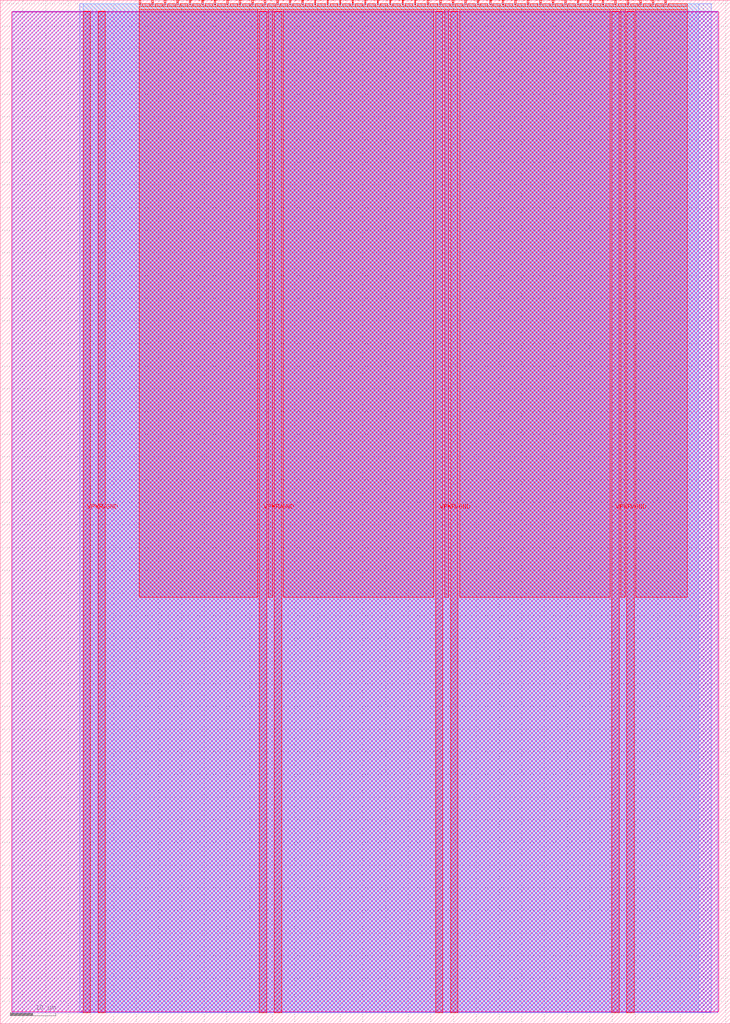
<source format=lef>
VERSION 5.7 ;
  NOWIREEXTENSIONATPIN ON ;
  DIVIDERCHAR "/" ;
  BUSBITCHARS "[]" ;
MACRO tt_um_purdue_socet_uart
  CLASS BLOCK ;
  FOREIGN tt_um_purdue_socet_uart ;
  ORIGIN 0.000 0.000 ;
  SIZE 161.000 BY 225.760 ;
  PIN VGND
    DIRECTION INOUT ;
    USE GROUND ;
    PORT
      LAYER met4 ;
        RECT 21.580 2.480 23.180 223.280 ;
    END
    PORT
      LAYER met4 ;
        RECT 60.450 2.480 62.050 223.280 ;
    END
    PORT
      LAYER met4 ;
        RECT 99.320 2.480 100.920 223.280 ;
    END
    PORT
      LAYER met4 ;
        RECT 138.190 2.480 139.790 223.280 ;
    END
  END VGND
  PIN VPWR
    DIRECTION INOUT ;
    USE POWER ;
    PORT
      LAYER met4 ;
        RECT 18.280 2.480 19.880 223.280 ;
    END
    PORT
      LAYER met4 ;
        RECT 57.150 2.480 58.750 223.280 ;
    END
    PORT
      LAYER met4 ;
        RECT 96.020 2.480 97.620 223.280 ;
    END
    PORT
      LAYER met4 ;
        RECT 134.890 2.480 136.490 223.280 ;
    END
  END VPWR
  PIN clk
    DIRECTION INPUT ;
    USE SIGNAL ;
    ANTENNAGATEAREA 0.852000 ;
    PORT
      LAYER met4 ;
        RECT 143.830 224.760 144.130 225.760 ;
    END
  END clk
  PIN ena
    DIRECTION INPUT ;
    USE SIGNAL ;
    PORT
      LAYER met4 ;
        RECT 146.590 224.760 146.890 225.760 ;
    END
  END ena
  PIN rst_n
    DIRECTION INPUT ;
    USE SIGNAL ;
    ANTENNAGATEAREA 0.159000 ;
    PORT
      LAYER met4 ;
        RECT 141.070 224.760 141.370 225.760 ;
    END
  END rst_n
  PIN ui_in[0]
    DIRECTION INPUT ;
    USE SIGNAL ;
    ANTENNAGATEAREA 0.213000 ;
    PORT
      LAYER met4 ;
        RECT 138.310 224.760 138.610 225.760 ;
    END
  END ui_in[0]
  PIN ui_in[1]
    DIRECTION INPUT ;
    USE SIGNAL ;
    ANTENNAGATEAREA 0.196500 ;
    PORT
      LAYER met4 ;
        RECT 135.550 224.760 135.850 225.760 ;
    END
  END ui_in[1]
  PIN ui_in[2]
    DIRECTION INPUT ;
    USE SIGNAL ;
    ANTENNAGATEAREA 0.213000 ;
    PORT
      LAYER met4 ;
        RECT 132.790 224.760 133.090 225.760 ;
    END
  END ui_in[2]
  PIN ui_in[3]
    DIRECTION INPUT ;
    USE SIGNAL ;
    ANTENNAGATEAREA 0.213000 ;
    PORT
      LAYER met4 ;
        RECT 130.030 224.760 130.330 225.760 ;
    END
  END ui_in[3]
  PIN ui_in[4]
    DIRECTION INPUT ;
    USE SIGNAL ;
    ANTENNAGATEAREA 0.196500 ;
    PORT
      LAYER met4 ;
        RECT 127.270 224.760 127.570 225.760 ;
    END
  END ui_in[4]
  PIN ui_in[5]
    DIRECTION INPUT ;
    USE SIGNAL ;
    ANTENNAGATEAREA 0.196500 ;
    PORT
      LAYER met4 ;
        RECT 124.510 224.760 124.810 225.760 ;
    END
  END ui_in[5]
  PIN ui_in[6]
    DIRECTION INPUT ;
    USE SIGNAL ;
    PORT
      LAYER met4 ;
        RECT 121.750 224.760 122.050 225.760 ;
    END
  END ui_in[6]
  PIN ui_in[7]
    DIRECTION INPUT ;
    USE SIGNAL ;
    PORT
      LAYER met4 ;
        RECT 118.990 224.760 119.290 225.760 ;
    END
  END ui_in[7]
  PIN uio_in[0]
    DIRECTION INPUT ;
    USE SIGNAL ;
    ANTENNAGATEAREA 0.196500 ;
    PORT
      LAYER met4 ;
        RECT 116.230 224.760 116.530 225.760 ;
    END
  END uio_in[0]
  PIN uio_in[1]
    DIRECTION INPUT ;
    USE SIGNAL ;
    ANTENNAGATEAREA 0.196500 ;
    PORT
      LAYER met4 ;
        RECT 113.470 224.760 113.770 225.760 ;
    END
  END uio_in[1]
  PIN uio_in[2]
    DIRECTION INPUT ;
    USE SIGNAL ;
    ANTENNAGATEAREA 0.196500 ;
    PORT
      LAYER met4 ;
        RECT 110.710 224.760 111.010 225.760 ;
    END
  END uio_in[2]
  PIN uio_in[3]
    DIRECTION INPUT ;
    USE SIGNAL ;
    ANTENNAGATEAREA 0.196500 ;
    PORT
      LAYER met4 ;
        RECT 107.950 224.760 108.250 225.760 ;
    END
  END uio_in[3]
  PIN uio_in[4]
    DIRECTION INPUT ;
    USE SIGNAL ;
    ANTENNAGATEAREA 0.196500 ;
    PORT
      LAYER met4 ;
        RECT 105.190 224.760 105.490 225.760 ;
    END
  END uio_in[4]
  PIN uio_in[5]
    DIRECTION INPUT ;
    USE SIGNAL ;
    ANTENNAGATEAREA 0.196500 ;
    PORT
      LAYER met4 ;
        RECT 102.430 224.760 102.730 225.760 ;
    END
  END uio_in[5]
  PIN uio_in[6]
    DIRECTION INPUT ;
    USE SIGNAL ;
    ANTENNAGATEAREA 0.196500 ;
    PORT
      LAYER met4 ;
        RECT 99.670 224.760 99.970 225.760 ;
    END
  END uio_in[6]
  PIN uio_in[7]
    DIRECTION INPUT ;
    USE SIGNAL ;
    ANTENNAGATEAREA 0.196500 ;
    PORT
      LAYER met4 ;
        RECT 96.910 224.760 97.210 225.760 ;
    END
  END uio_in[7]
  PIN uio_oe[0]
    DIRECTION OUTPUT ;
    USE SIGNAL ;
    ANTENNADIFFAREA 0.445500 ;
    PORT
      LAYER met4 ;
        RECT 49.990 224.760 50.290 225.760 ;
    END
  END uio_oe[0]
  PIN uio_oe[1]
    DIRECTION OUTPUT ;
    USE SIGNAL ;
    ANTENNADIFFAREA 0.445500 ;
    PORT
      LAYER met4 ;
        RECT 47.230 224.760 47.530 225.760 ;
    END
  END uio_oe[1]
  PIN uio_oe[2]
    DIRECTION OUTPUT ;
    USE SIGNAL ;
    ANTENNADIFFAREA 0.445500 ;
    PORT
      LAYER met4 ;
        RECT 44.470 224.760 44.770 225.760 ;
    END
  END uio_oe[2]
  PIN uio_oe[3]
    DIRECTION OUTPUT ;
    USE SIGNAL ;
    ANTENNADIFFAREA 0.445500 ;
    PORT
      LAYER met4 ;
        RECT 41.710 224.760 42.010 225.760 ;
    END
  END uio_oe[3]
  PIN uio_oe[4]
    DIRECTION OUTPUT ;
    USE SIGNAL ;
    ANTENNADIFFAREA 0.445500 ;
    PORT
      LAYER met4 ;
        RECT 38.950 224.760 39.250 225.760 ;
    END
  END uio_oe[4]
  PIN uio_oe[5]
    DIRECTION OUTPUT ;
    USE SIGNAL ;
    ANTENNADIFFAREA 0.445500 ;
    PORT
      LAYER met4 ;
        RECT 36.190 224.760 36.490 225.760 ;
    END
  END uio_oe[5]
  PIN uio_oe[6]
    DIRECTION OUTPUT ;
    USE SIGNAL ;
    ANTENNADIFFAREA 0.445500 ;
    PORT
      LAYER met4 ;
        RECT 33.430 224.760 33.730 225.760 ;
    END
  END uio_oe[6]
  PIN uio_oe[7]
    DIRECTION OUTPUT ;
    USE SIGNAL ;
    ANTENNAGATEAREA 1.113000 ;
    ANTENNADIFFAREA 0.934000 ;
    PORT
      LAYER met4 ;
        RECT 30.670 224.760 30.970 225.760 ;
    END
  END uio_oe[7]
  PIN uio_out[0]
    DIRECTION OUTPUT ;
    USE SIGNAL ;
    ANTENNADIFFAREA 0.911000 ;
    PORT
      LAYER met4 ;
        RECT 72.070 224.760 72.370 225.760 ;
    END
  END uio_out[0]
  PIN uio_out[1]
    DIRECTION OUTPUT ;
    USE SIGNAL ;
    ANTENNADIFFAREA 0.911000 ;
    PORT
      LAYER met4 ;
        RECT 69.310 224.760 69.610 225.760 ;
    END
  END uio_out[1]
  PIN uio_out[2]
    DIRECTION OUTPUT ;
    USE SIGNAL ;
    ANTENNADIFFAREA 0.911000 ;
    PORT
      LAYER met4 ;
        RECT 66.550 224.760 66.850 225.760 ;
    END
  END uio_out[2]
  PIN uio_out[3]
    DIRECTION OUTPUT ;
    USE SIGNAL ;
    ANTENNADIFFAREA 0.911000 ;
    PORT
      LAYER met4 ;
        RECT 63.790 224.760 64.090 225.760 ;
    END
  END uio_out[3]
  PIN uio_out[4]
    DIRECTION OUTPUT ;
    USE SIGNAL ;
    ANTENNADIFFAREA 0.911000 ;
    PORT
      LAYER met4 ;
        RECT 61.030 224.760 61.330 225.760 ;
    END
  END uio_out[4]
  PIN uio_out[5]
    DIRECTION OUTPUT ;
    USE SIGNAL ;
    ANTENNADIFFAREA 0.911000 ;
    PORT
      LAYER met4 ;
        RECT 58.270 224.760 58.570 225.760 ;
    END
  END uio_out[5]
  PIN uio_out[6]
    DIRECTION OUTPUT ;
    USE SIGNAL ;
    ANTENNADIFFAREA 0.911000 ;
    PORT
      LAYER met4 ;
        RECT 55.510 224.760 55.810 225.760 ;
    END
  END uio_out[6]
  PIN uio_out[7]
    DIRECTION OUTPUT ;
    USE SIGNAL ;
    ANTENNADIFFAREA 0.911000 ;
    PORT
      LAYER met4 ;
        RECT 52.750 224.760 53.050 225.760 ;
    END
  END uio_out[7]
  PIN uo_out[0]
    DIRECTION OUTPUT ;
    USE SIGNAL ;
    ANTENNADIFFAREA 0.795200 ;
    PORT
      LAYER met4 ;
        RECT 94.150 224.760 94.450 225.760 ;
    END
  END uo_out[0]
  PIN uo_out[1]
    DIRECTION OUTPUT ;
    USE SIGNAL ;
    ANTENNADIFFAREA 0.795200 ;
    PORT
      LAYER met4 ;
        RECT 91.390 224.760 91.690 225.760 ;
    END
  END uo_out[1]
  PIN uo_out[2]
    DIRECTION OUTPUT ;
    USE SIGNAL ;
    ANTENNADIFFAREA 0.795200 ;
    PORT
      LAYER met4 ;
        RECT 88.630 224.760 88.930 225.760 ;
    END
  END uo_out[2]
  PIN uo_out[3]
    DIRECTION OUTPUT ;
    USE SIGNAL ;
    ANTENNADIFFAREA 0.445500 ;
    PORT
      LAYER met4 ;
        RECT 85.870 224.760 86.170 225.760 ;
    END
  END uo_out[3]
  PIN uo_out[4]
    DIRECTION OUTPUT ;
    USE SIGNAL ;
    ANTENNADIFFAREA 0.445500 ;
    PORT
      LAYER met4 ;
        RECT 83.110 224.760 83.410 225.760 ;
    END
  END uo_out[4]
  PIN uo_out[5]
    DIRECTION OUTPUT ;
    USE SIGNAL ;
    PORT
      LAYER met4 ;
        RECT 80.350 224.760 80.650 225.760 ;
    END
  END uo_out[5]
  PIN uo_out[6]
    DIRECTION OUTPUT ;
    USE SIGNAL ;
    PORT
      LAYER met4 ;
        RECT 77.590 224.760 77.890 225.760 ;
    END
  END uo_out[6]
  PIN uo_out[7]
    DIRECTION OUTPUT ;
    USE SIGNAL ;
    PORT
      LAYER met4 ;
        RECT 74.830 224.760 75.130 225.760 ;
    END
  END uo_out[7]
  OBS
      LAYER nwell ;
        RECT 2.570 2.635 158.430 223.230 ;
      LAYER li1 ;
        RECT 2.760 2.635 158.240 223.125 ;
      LAYER met1 ;
        RECT 2.760 2.480 158.240 223.280 ;
      LAYER met2 ;
        RECT 17.580 2.535 156.760 224.925 ;
      LAYER met3 ;
        RECT 18.290 2.555 154.035 224.905 ;
      LAYER met4 ;
        RECT 31.370 224.360 33.030 224.905 ;
        RECT 34.130 224.360 35.790 224.905 ;
        RECT 36.890 224.360 38.550 224.905 ;
        RECT 39.650 224.360 41.310 224.905 ;
        RECT 42.410 224.360 44.070 224.905 ;
        RECT 45.170 224.360 46.830 224.905 ;
        RECT 47.930 224.360 49.590 224.905 ;
        RECT 50.690 224.360 52.350 224.905 ;
        RECT 53.450 224.360 55.110 224.905 ;
        RECT 56.210 224.360 57.870 224.905 ;
        RECT 58.970 224.360 60.630 224.905 ;
        RECT 61.730 224.360 63.390 224.905 ;
        RECT 64.490 224.360 66.150 224.905 ;
        RECT 67.250 224.360 68.910 224.905 ;
        RECT 70.010 224.360 71.670 224.905 ;
        RECT 72.770 224.360 74.430 224.905 ;
        RECT 75.530 224.360 77.190 224.905 ;
        RECT 78.290 224.360 79.950 224.905 ;
        RECT 81.050 224.360 82.710 224.905 ;
        RECT 83.810 224.360 85.470 224.905 ;
        RECT 86.570 224.360 88.230 224.905 ;
        RECT 89.330 224.360 90.990 224.905 ;
        RECT 92.090 224.360 93.750 224.905 ;
        RECT 94.850 224.360 96.510 224.905 ;
        RECT 97.610 224.360 99.270 224.905 ;
        RECT 100.370 224.360 102.030 224.905 ;
        RECT 103.130 224.360 104.790 224.905 ;
        RECT 105.890 224.360 107.550 224.905 ;
        RECT 108.650 224.360 110.310 224.905 ;
        RECT 111.410 224.360 113.070 224.905 ;
        RECT 114.170 224.360 115.830 224.905 ;
        RECT 116.930 224.360 118.590 224.905 ;
        RECT 119.690 224.360 121.350 224.905 ;
        RECT 122.450 224.360 124.110 224.905 ;
        RECT 125.210 224.360 126.870 224.905 ;
        RECT 127.970 224.360 129.630 224.905 ;
        RECT 130.730 224.360 132.390 224.905 ;
        RECT 133.490 224.360 135.150 224.905 ;
        RECT 136.250 224.360 137.910 224.905 ;
        RECT 139.010 224.360 140.670 224.905 ;
        RECT 141.770 224.360 143.430 224.905 ;
        RECT 144.530 224.360 146.190 224.905 ;
        RECT 147.290 224.360 151.505 224.905 ;
        RECT 30.655 223.680 151.505 224.360 ;
        RECT 30.655 94.015 56.750 223.680 ;
        RECT 59.150 94.015 60.050 223.680 ;
        RECT 62.450 94.015 95.620 223.680 ;
        RECT 98.020 94.015 98.920 223.680 ;
        RECT 101.320 94.015 134.490 223.680 ;
        RECT 136.890 94.015 137.790 223.680 ;
        RECT 140.190 94.015 151.505 223.680 ;
  END
END tt_um_purdue_socet_uart
END LIBRARY


</source>
